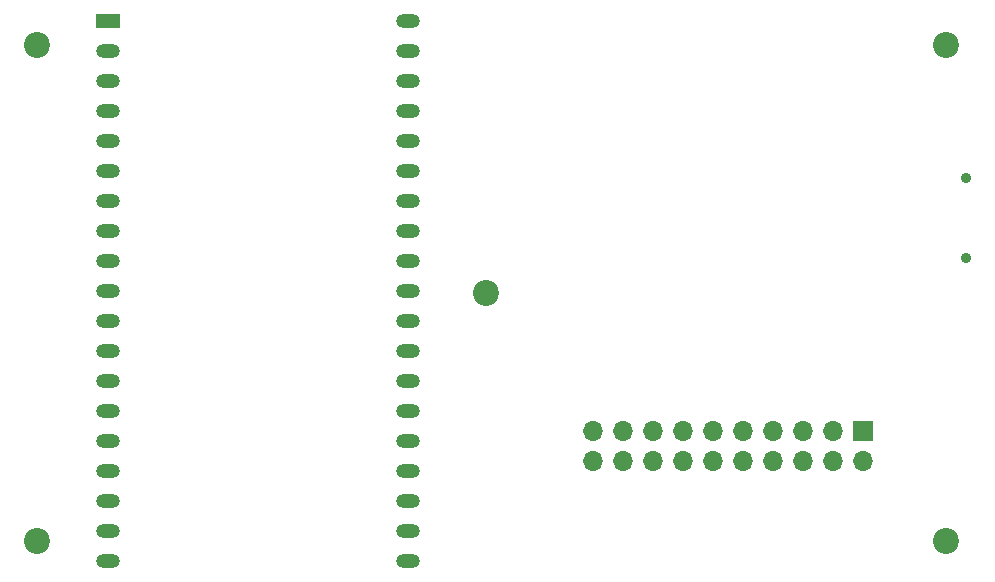
<source format=gbr>
%TF.GenerationSoftware,KiCad,Pcbnew,(7.0.0)*%
%TF.CreationDate,2023-03-05T18:48:16+00:00*%
%TF.ProjectId,ADS131M08 ESP32,41445331-3331-44d3-9038-204553503332,rev?*%
%TF.SameCoordinates,Original*%
%TF.FileFunction,Soldermask,Bot*%
%TF.FilePolarity,Negative*%
%FSLAX46Y46*%
G04 Gerber Fmt 4.6, Leading zero omitted, Abs format (unit mm)*
G04 Created by KiCad (PCBNEW (7.0.0)) date 2023-03-05 18:48:16*
%MOMM*%
%LPD*%
G01*
G04 APERTURE LIST*
%ADD10C,2.200000*%
%ADD11R,1.700000X1.700000*%
%ADD12O,1.700000X1.700000*%
%ADD13R,2.000000X1.200000*%
%ADD14O,2.000000X1.200000*%
%ADD15C,0.900000*%
G04 APERTURE END LIST*
D10*
%TO.C,H5*%
X157000000Y-75000000D03*
%TD*%
%TO.C,H2*%
X119000000Y-96000000D03*
%TD*%
%TO.C,H1*%
X119000000Y-54000000D03*
%TD*%
D11*
%TO.C,J2*%
X188924999Y-86689999D03*
D12*
X188924999Y-89229999D03*
X186384999Y-86689999D03*
X186384999Y-89229999D03*
X183844999Y-86689999D03*
X183844999Y-89229999D03*
X181304999Y-86689999D03*
X181304999Y-89229999D03*
X178764999Y-86689999D03*
X178764999Y-89229999D03*
X176224999Y-86689999D03*
X176224999Y-89229999D03*
X173684999Y-86689999D03*
X173684999Y-89229999D03*
X171144999Y-86689999D03*
X171144999Y-89229999D03*
X168604999Y-86689999D03*
X168604999Y-89229999D03*
X166064999Y-86689999D03*
X166064999Y-89229999D03*
%TD*%
D13*
%TO.C,U2*%
X124999999Y-51999999D03*
D14*
X124999999Y-54539999D03*
X124999999Y-57079999D03*
X124999999Y-59619999D03*
X124999999Y-62159999D03*
X124999999Y-64699999D03*
X124999999Y-67239999D03*
X124999999Y-69779999D03*
X124999999Y-72319999D03*
X124999999Y-74859999D03*
X124999999Y-77399999D03*
X124999999Y-79939999D03*
X124999999Y-82479999D03*
X124999999Y-85019999D03*
X124999999Y-87559999D03*
X124999999Y-90099999D03*
X124999999Y-92639999D03*
X124999999Y-95179999D03*
X124999999Y-97719999D03*
X150396319Y-97717279D03*
X150396319Y-95177279D03*
X150399999Y-92639999D03*
X150399999Y-90099999D03*
X150399999Y-87559999D03*
X150399999Y-85019999D03*
X150399999Y-82479999D03*
X150399999Y-79939999D03*
X150399999Y-77399999D03*
X150399999Y-74859999D03*
X150399999Y-72319999D03*
X150399999Y-69779999D03*
X150399999Y-67239999D03*
X150399999Y-64699999D03*
X150399999Y-62159999D03*
X150399999Y-59619999D03*
X150399999Y-57079999D03*
X150399999Y-54539999D03*
X150399999Y-51999999D03*
%TD*%
D10*
%TO.C,H3*%
X196000000Y-54000000D03*
%TD*%
D15*
%TO.C,SW1*%
X197700000Y-72100000D03*
X197700000Y-65300000D03*
%TD*%
D10*
%TO.C,H4*%
X196000000Y-96000000D03*
%TD*%
M02*

</source>
